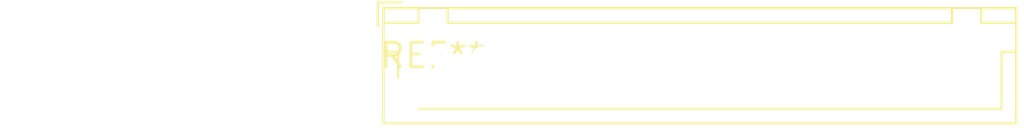
<source format=kicad_pcb>
(kicad_pcb (version 20240108) (generator pcbnew)
  (layers (0 "F.Cu" signal) (31 "B.Cu" signal) (34 "B.Paste" user) (35 "F.Paste" user) (36 "B.SilkS" user "B.Silkscreen") (37 "F.SilkS" user "F.Silkscreen") (38 "B.Mask" user) (39 "F.Mask" user) (44 "Edge.Cuts" user))
  (net 0 "")
  (footprint "JST_XH_B12B-XH-AM_1x12_P2.50mm_Vertical" (layer "F.Cu") (at 0 0)
    (property "Reference" "REF**")
    (property "Value" "JST_XH_B12B-XH-AM_1x12_P2.50mm_Vertical")
    (fp_line (start -2.85 -2.75) (end -2.85 -1.5) (layer "F.SilkS") (stroke (width 0.12)))
    (fp_line (start -2.56 -2.46) (end -2.56 3.51) (layer "F.SilkS") (stroke (width 0.12)))
    (fp_line (start -2.56 3.51) (end 30.06 3.51) (layer "F.SilkS") (stroke (width 0.12)))
    (fp_line (start -2.55 -2.45) (end -2.55 -1.7) (layer "F.SilkS") (stroke (width 0.12)))
    (fp_line (start -2.55 -1.7) (end -0.75 -1.7) (layer "F.SilkS") (stroke (width 0.12)))
    (fp_line (start -2.55 -0.2) (end -1.8 -0.2) (layer "F.SilkS") (stroke (width 0.12)))
    (fp_line (start -1.8 -0.2) (end -1.8 1.14) (layer "F.SilkS") (stroke (width 0.12)))
    (fp_line (start -1.6 -2.75) (end -2.85 -2.75) (layer "F.SilkS") (stroke (width 0.12)))
    (fp_line (start -0.75 -2.45) (end -2.55 -2.45) (layer "F.SilkS") (stroke (width 0.12)))
    (fp_line (start -0.75 -1.7) (end -0.75 -2.45) (layer "F.SilkS") (stroke (width 0.12)))
    (fp_line (start 0.75 -2.45) (end 0.75 -1.7) (layer "F.SilkS") (stroke (width 0.12)))
    (fp_line (start 0.75 -1.7) (end 26.75 -1.7) (layer "F.SilkS") (stroke (width 0.12)))
    (fp_line (start 13.75 2.75) (end -0.74 2.75) (layer "F.SilkS") (stroke (width 0.12)))
    (fp_line (start 26.75 -2.45) (end 0.75 -2.45) (layer "F.SilkS") (stroke (width 0.12)))
    (fp_line (start 26.75 -1.7) (end 26.75 -2.45) (layer "F.SilkS") (stroke (width 0.12)))
    (fp_line (start 28.25 -2.45) (end 28.25 -1.7) (layer "F.SilkS") (stroke (width 0.12)))
    (fp_line (start 28.25 -1.7) (end 30.05 -1.7) (layer "F.SilkS") (stroke (width 0.12)))
    (fp_line (start 29.3 -0.2) (end 29.3 2.75) (layer "F.SilkS") (stroke (width 0.12)))
    (fp_line (start 29.3 2.75) (end 13.75 2.75) (layer "F.SilkS") (stroke (width 0.12)))
    (fp_line (start 30.05 -2.45) (end 28.25 -2.45) (layer "F.SilkS") (stroke (width 0.12)))
    (fp_line (start 30.05 -1.7) (end 30.05 -2.45) (layer "F.SilkS") (stroke (width 0.12)))
    (fp_line (start 30.05 -0.2) (end 29.3 -0.2) (layer "F.SilkS") (stroke (width 0.12)))
    (fp_line (start 30.06 -2.46) (end -2.56 -2.46) (layer "F.SilkS") (stroke (width 0.12)))
    (fp_line (start 30.06 3.51) (end 30.06 -2.46) (layer "F.SilkS") (stroke (width 0.12)))
    (pad "" np_thru_hole circle (at -1.6 2) (size 1.2 1.2) (drill 1.2) (layers *.Cu *.Mask))
    (pad "1" thru_hole roundrect (at 0 0) (size 1.7 1.95) (drill 0.95) (layers *.Cu *.Mask) (remove_unused_layers) (roundrect_rratio 0.147059))
    (pad "2" thru_hole oval (at 2.5 0) (size 1.7 1.95) (drill 0.95) (layers *.Cu *.Mask) (remove_unused_layers))
    (pad "3" thru_hole oval (at 5 0) (size 1.7 1.95) (drill 0.95) (layers *.Cu *.Mask) (remove_unused_layers))
    (pad "4" thru_hole oval (at 7.5 0) (size 1.7 1.95) (drill 0.95) (layers *.Cu *.Mask) (remove_unused_layers))
    (pad "5" thru_hole oval (at 10 0) (size 1.7 1.95) (drill 0.95) (layers *.Cu *.Mask) (remove_unused_layers))
    (pad "6" thru_hole oval (at 12.5 0) (size 1.7 1.95) (drill 0.95) (layers *.Cu *.Mask) (remove_unused_layers))
    (pad "7" thru_hole oval (at 15 0) (size 1.7 1.95) (drill 0.95) (layers *.Cu *.Mask) (remove_unused_layers))
    (pad "8" thru_hole oval (at 17.5 0) (size 1.7 1.95) (drill 0.95) (layers *.Cu *.Mask) (remove_unused_layers))
    (pad "9" thru_hole oval (at 20 0) (size 1.7 1.95) (drill 0.95) (layers *.Cu *.Mask) (remove_unused_layers))
    (pad "10" thru_hole oval (at 22.5 0) (size 1.7 1.95) (drill 0.95) (layers *.Cu *.Mask) (remove_unused_layers))
    (pad "11" thru_hole oval (at 25 0) (size 1.7 1.95) (drill 0.95) (layers *.Cu *.Mask) (remove_unused_layers))
    (pad "12" thru_hole oval (at 27.5 0) (size 1.7 1.95) (drill 0.95) (layers *.Cu *.Mask) (remove_unused_layers))
  )
)
</source>
